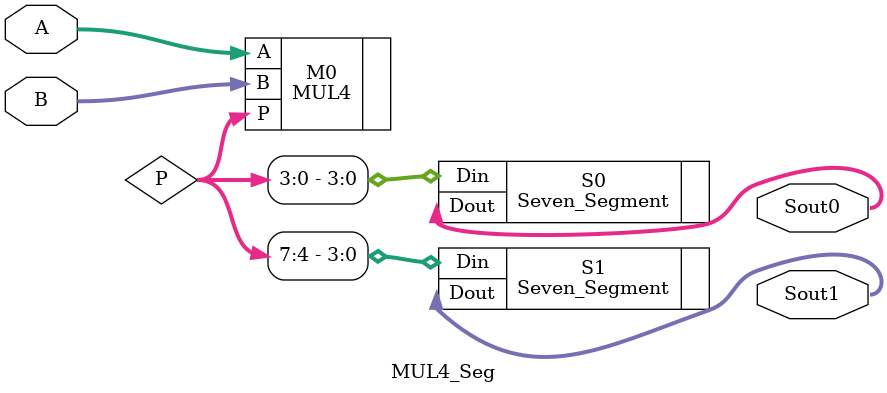
<source format=v>
module MUL4_Seg(A,B,Sout0,Sout1);
input [3:0] A, B;
output [3:0] Sout0, Sout1;

wire [7:0] P;

MUL4 M0(.A(A),.B(B),.P(P));
Seven_Segment S0(.Din(P[3:0]),.Dout(Sout0));
Seven_Segment S1(.Din(P[7:4]),.Dout(Sout1));

endmodule

</source>
